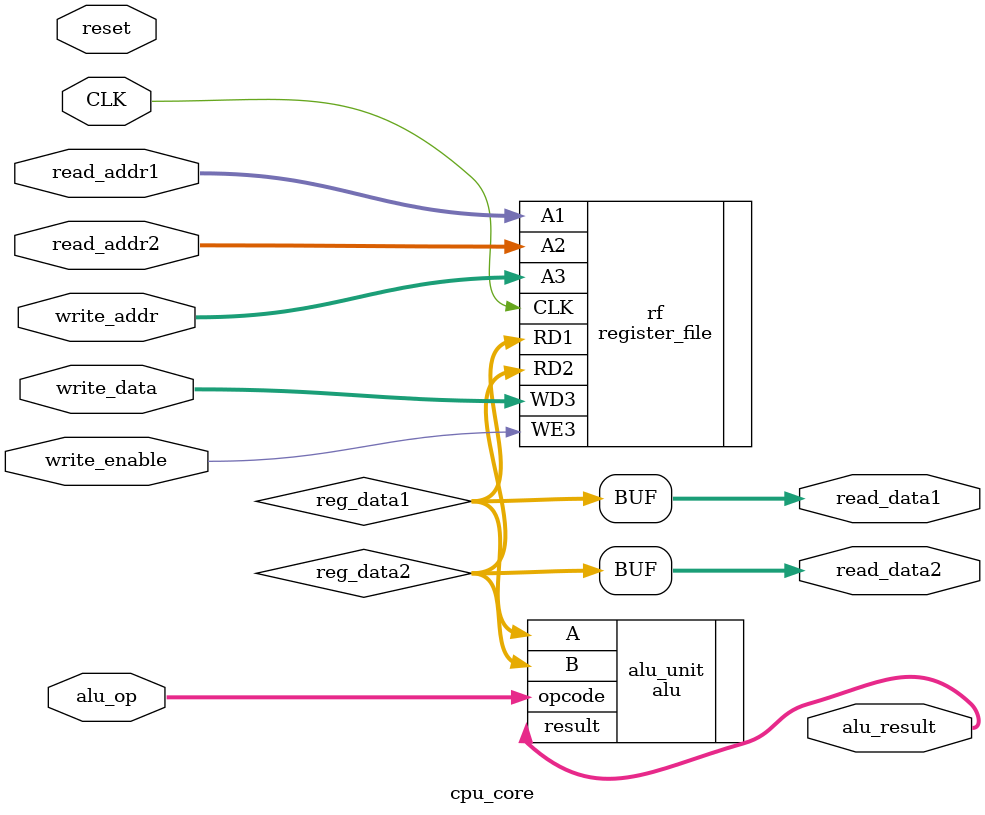
<source format=v>
module cpu_core(
    input wire CLK,
    input wire reset,
    input wire [4:0] read_addr1,
    input wire [4:0] read_addr2,
    input wire [4:0] write_addr,
    input wire [31:0] write_data,
    input wire write_enable,
    input wire [1:0] alu_op,
    output wire [31:0] alu_result,
    output wire [31:0] read_data1,
    output wire [31:0] read_data2
);

    wire [31:0] reg_data1, reg_data2;
    
   
    register_file rf(
        .CLK(CLK),
        .WE3(write_enable),
        .A1(read_addr1),
        .A2(read_addr2),
        .A3(write_addr),
        .WD3(write_data),
        .RD1(reg_data1),
        .RD2(reg_data2)
    );
    
    
    alu alu_unit(
        .A(reg_data1),
        .B(reg_data2),
        .opcode(alu_op),
        .result(alu_result)
    );
    
   
    assign read_data1 = reg_data1;
    assign read_data2 = reg_data2;

endmodule
</source>
